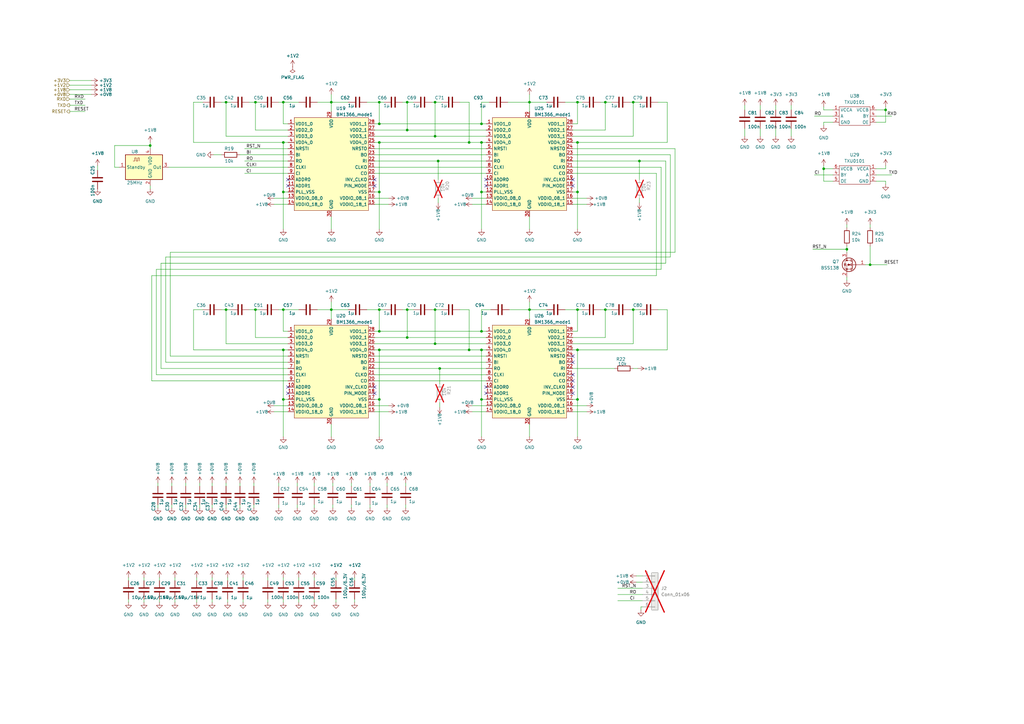
<source format=kicad_sch>
(kicad_sch (version 20230121) (generator eeschema)
  (paper "A3")
  (title_block (title "BM1366 PiAxe") (date "2023-10-10") (rev "202"))
  (junction (at 217.17 41.91))
  (junction (at 155.575 78.74))
  (junction (at 262.255 66.04))
  (junction (at 155.575 41.91))
  (junction (at 167.005 127))
  (junction (at 197.485 78.74))
  (junction (at 116.205 163.83))
  (junction (at 248.285 41.91))
  (junction (at 167.005 41.91))
  (junction (at 236.855 127))
  (junction (at 116.205 78.74))
  (junction (at 92.71 127))
  (junction (at 104.775 127))
  (junction (at 92.71 41.91))
  (junction (at 178.435 127))
  (junction (at 135.89 127))
  (junction (at 155.575 50.8))
  (junction (at 356.87 108.585))
  (junction (at 61.595 59.69))
  (junction (at 116.205 127))
  (junction (at 116.205 143.51))
  (junction (at 192.405 58.42))
  (junction (at 197.485 135.89))
  (junction (at 155.575 127))
  (junction (at 236.855 58.42))
  (junction (at 236.855 163.83))
  (junction (at 155.575 163.83))
  (junction (at 259.715 41.91))
  (junction (at 197.485 163.83))
  (junction (at 192.405 143.51))
  (junction (at 180.34 151.13))
  (junction (at 197.485 50.8))
  (junction (at 363.22 45.085))
  (junction (at 155.575 135.89))
  (junction (at 236.855 143.51))
  (junction (at 135.89 41.91))
  (junction (at 259.715 127))
  (junction (at 155.575 143.51))
  (junction (at 104.775 41.91))
  (junction (at 236.855 41.91))
  (junction (at 347.345 102.235))
  (junction (at 116.205 58.42))
  (junction (at 248.285 127))
  (junction (at 178.435 140.97))
  (junction (at 179.705 66.04))
  (junction (at 217.17 127))
  (junction (at 167.005 138.43))
  (junction (at 116.205 41.91))
  (junction (at 155.575 58.42))
  (junction (at 178.435 55.88))
  (junction (at 197.485 58.42))
  (junction (at 167.005 53.34))
  (junction (at 236.855 78.74))
  (junction (at 178.435 41.91))
  (junction (at 197.485 143.51))
  (junction (at 337.82 69.215))
  (no_connect (at 234.95 73.66))
  (no_connect (at 153.67 158.75))
  (no_connect (at 153.67 161.29))
  (no_connect (at 234.95 153.67))
  (no_connect (at 234.95 161.29))
  (no_connect (at 234.95 148.59))
  (no_connect (at 234.95 156.21))
  (no_connect (at 153.67 73.66))
  (no_connect (at 153.67 76.2))
  (no_connect (at 234.95 158.75))
  (no_connect (at 199.39 158.75))
  (no_connect (at 118.11 76.2))
  (no_connect (at 199.39 161.29))
  (no_connect (at 234.95 146.05))
  (no_connect (at 199.39 73.66))
  (no_connect (at 199.39 76.2))
  (no_connect (at 118.11 158.75))
  (no_connect (at 118.11 73.66))
  (no_connect (at 234.95 76.2))
  (no_connect (at 118.11 161.29))
  (wire (pts (xy 153.67 151.13) (xy 180.34 151.13)))
  (wire (pts (xy 150.495 127) (xy 155.575 127)))
  (wire (pts (xy 86.995 245.745) (xy 86.995 247.015)))
  (wire (pts (xy 128.905 207.01) (xy 128.905 208.28)))
  (wire (pts (xy 155.575 143.51) (xy 155.575 163.83)))
  (wire (pts (xy 61.595 59.69) (xy 61.595 60.96)))
  (wire (pts (xy 347.345 92.075) (xy 347.345 93.345)))
  (wire (pts (xy 179.705 66.04) (xy 179.705 73.66)))
  (wire (pts (xy 65.405 245.745) (xy 65.405 247.015)))
  (wire (pts (xy 66.04 107.95) (xy 66.04 151.13)))
  (wire (pts (xy 258.445 127) (xy 259.715 127)))
  (wire (pts (xy 234.95 53.34) (xy 248.285 53.34)))
  (wire (pts (xy 337.82 50.165) (xy 341.63 50.165)))
  (wire (pts (xy 167.005 138.43) (xy 199.39 138.43)))
  (wire (pts (xy 28.575 34.925) (xy 37.465 34.925)))
  (wire (pts (xy 136.525 199.39) (xy 136.525 198.12)))
  (wire (pts (xy 178.435 55.88) (xy 178.435 41.91)))
  (wire (pts (xy 128.905 236.855) (xy 128.905 238.125)))
  (wire (pts (xy 167.005 127) (xy 169.545 127)))
  (wire (pts (xy 246.38 127) (xy 248.285 127)))
  (wire (pts (xy 354.965 108.585) (xy 356.87 108.585)))
  (wire (pts (xy 192.405 58.42) (xy 192.405 41.91)))
  (wire (pts (xy 167.005 53.34) (xy 167.005 41.91)))
  (wire (pts (xy 64.77 198.12) (xy 64.77 199.39)))
  (wire (pts (xy 217.17 173.99) (xy 217.17 179.07)))
  (wire (pts (xy 100.33 71.12) (xy 118.11 71.12)))
  (wire (pts (xy 236.855 41.91) (xy 238.76 41.91)))
  (wire (pts (xy 347.345 100.965) (xy 347.345 102.235)))
  (wire (pts (xy 104.775 127) (xy 106.68 127)))
  (wire (pts (xy 269.24 71.12) (xy 269.24 113.03)))
  (wire (pts (xy 334.01 71.755) (xy 341.63 71.755)))
  (wire (pts (xy 273.685 127) (xy 269.875 127)))
  (wire (pts (xy 61.595 58.42) (xy 61.595 59.69)))
  (wire (pts (xy 363.22 45.085) (xy 363.22 43.815)))
  (wire (pts (xy 341.63 74.295) (xy 337.82 74.295)))
  (wire (pts (xy 64.77 207.01) (xy 64.77 208.28)))
  (wire (pts (xy 62.23 113.03) (xy 62.23 156.21)))
  (wire (pts (xy 234.95 138.43) (xy 248.285 138.43)))
  (wire (pts (xy 155.575 58.42) (xy 155.575 78.74)))
  (wire (pts (xy 153.67 166.37) (xy 159.385 166.37)))
  (wire (pts (xy 153.67 148.59) (xy 199.39 148.59)))
  (wire (pts (xy 234.95 58.42) (xy 236.855 58.42)))
  (wire (pts (xy 234.95 83.82) (xy 240.665 83.82)))
  (wire (pts (xy 40.005 67.945) (xy 40.005 69.85)))
  (wire (pts (xy 363.22 75.565) (xy 363.22 74.295)))
  (wire (pts (xy 155.575 50.8) (xy 197.485 50.8)))
  (wire (pts (xy 155.575 135.89) (xy 155.575 127)))
  (wire (pts (xy 153.67 140.97) (xy 178.435 140.97)))
  (wire (pts (xy 359.41 47.625) (xy 365.76 47.625)))
  (wire (pts (xy 135.89 88.9) (xy 135.89 93.98)))
  (wire (pts (xy 197.485 163.83) (xy 197.485 179.07)))
  (wire (pts (xy 260.985 238.76) (xy 263.525 238.76)))
  (wire (pts (xy 234.95 143.51) (xy 236.855 143.51)))
  (wire (pts (xy 98.425 63.5) (xy 118.11 63.5)))
  (wire (pts (xy 155.575 163.83) (xy 155.575 179.07)))
  (wire (pts (xy 104.14 207.01) (xy 104.14 208.28)))
  (wire (pts (xy 136.525 207.01) (xy 136.525 208.28)))
  (wire (pts (xy 153.67 58.42) (xy 155.575 58.42)))
  (wire (pts (xy 217.17 41.91) (xy 224.155 41.91)))
  (wire (pts (xy 153.67 146.05) (xy 199.39 146.05)))
  (wire (pts (xy 262.255 81.28) (xy 262.255 83.185)))
  (wire (pts (xy 305.435 43.18) (xy 305.435 45.085)))
  (wire (pts (xy 178.435 55.88) (xy 199.39 55.88)))
  (wire (pts (xy 271.145 68.58) (xy 234.95 68.58)))
  (wire (pts (xy 234.95 168.91) (xy 240.665 168.91)))
  (wire (pts (xy 333.375 102.235) (xy 347.345 102.235)))
  (wire (pts (xy 59.055 236.855) (xy 59.055 238.125)))
  (wire (pts (xy 217.17 123.825) (xy 217.17 127)))
  (wire (pts (xy 81.915 207.01) (xy 81.915 208.28)))
  (wire (pts (xy 76.2 207.01) (xy 76.2 208.28)))
  (wire (pts (xy 178.435 127) (xy 180.975 127)))
  (wire (pts (xy 116.205 78.74) (xy 116.205 93.98)))
  (wire (pts (xy 197.485 127) (xy 201.295 127)))
  (wire (pts (xy 46.99 59.69) (xy 46.99 68.58)))
  (wire (pts (xy 337.82 74.295) (xy 337.82 69.215)))
  (wire (pts (xy 66.04 151.13) (xy 118.11 151.13)))
  (wire (pts (xy 363.22 50.165) (xy 363.22 45.085)))
  (wire (pts (xy 236.855 50.8) (xy 236.855 41.91)))
  (wire (pts (xy 246.38 41.91) (xy 248.285 41.91)))
  (wire (pts (xy 153.67 66.04) (xy 179.705 66.04)))
  (wire (pts (xy 122.555 245.745) (xy 122.555 247.015)))
  (wire (pts (xy 324.485 52.705) (xy 324.485 55.88)))
  (wire (pts (xy 70.485 198.12) (xy 70.485 199.39)))
  (wire (pts (xy 193.675 81.28) (xy 199.39 81.28)))
  (wire (pts (xy 248.285 41.91) (xy 250.825 41.91)))
  (wire (pts (xy 28.575 33.02) (xy 37.465 33.02)))
  (wire (pts (xy 59.055 245.745) (xy 59.055 247.015)))
  (wire (pts (xy 61.595 59.69) (xy 46.99 59.69)))
  (wire (pts (xy 93.345 245.745) (xy 93.345 247.015)))
  (wire (pts (xy 217.17 38.735) (xy 217.17 41.91)))
  (wire (pts (xy 273.05 107.95) (xy 66.04 107.95)))
  (wire (pts (xy 145.415 236.855) (xy 145.415 238.125)))
  (wire (pts (xy 236.855 163.83) (xy 236.855 179.07)))
  (wire (pts (xy 116.205 127) (xy 116.205 135.89)))
  (wire (pts (xy 99.695 245.745) (xy 99.695 247.015)))
  (wire (pts (xy 248.285 53.34) (xy 248.285 41.91)))
  (wire (pts (xy 178.435 140.97) (xy 178.435 127)))
  (wire (pts (xy 71.755 236.855) (xy 71.755 238.125)))
  (wire (pts (xy 99.695 236.855) (xy 99.695 238.125)))
  (wire (pts (xy 274.955 63.5) (xy 234.95 63.5)))
  (wire (pts (xy 274.955 105.41) (xy 274.955 63.5)))
  (wire (pts (xy 155.575 135.89) (xy 197.485 135.89)))
  (wire (pts (xy 273.685 58.42) (xy 273.685 41.91)))
  (wire (pts (xy 234.95 55.88) (xy 259.715 55.88)))
  (wire (pts (xy 234.95 140.97) (xy 259.715 140.97)))
  (wire (pts (xy 153.67 63.5) (xy 199.39 63.5)))
  (wire (pts (xy 177.165 127) (xy 178.435 127)))
  (wire (pts (xy 135.89 123.825) (xy 135.89 127)))
  (wire (pts (xy 234.95 66.04) (xy 262.255 66.04)))
  (wire (pts (xy 153.67 55.88) (xy 178.435 55.88)))
  (wire (pts (xy 116.205 135.89) (xy 118.11 135.89)))
  (wire (pts (xy 150.495 41.91) (xy 155.575 41.91)))
  (wire (pts (xy 46.99 68.58) (xy 48.895 68.58)))
  (wire (pts (xy 153.67 71.12) (xy 199.39 71.12)))
  (wire (pts (xy 98.425 198.12) (xy 98.425 199.39)))
  (wire (pts (xy 318.135 52.705) (xy 318.135 55.88)))
  (wire (pts (xy 262.89 248.92) (xy 263.525 248.92)))
  (wire (pts (xy 217.17 127) (xy 217.17 130.81)))
  (wire (pts (xy 197.485 143.51) (xy 197.485 163.83)))
  (wire (pts (xy 109.855 236.855) (xy 109.855 238.125)))
  (wire (pts (xy 114.3 41.91) (xy 116.205 41.91)))
  (wire (pts (xy 92.71 140.97) (xy 118.11 140.97)))
  (wire (pts (xy 165.1 41.91) (xy 167.005 41.91)))
  (wire (pts (xy 180.34 165.1) (xy 180.34 167.005)))
  (wire (pts (xy 236.855 135.89) (xy 236.855 127)))
  (wire (pts (xy 69.85 146.05) (xy 118.11 146.05)))
  (wire (pts (xy 273.685 143.51) (xy 273.685 127)))
  (wire (pts (xy 114.3 198.12) (xy 114.3 199.39)))
  (wire (pts (xy 104.775 41.91) (xy 106.68 41.91)))
  (wire (pts (xy 236.855 78.74) (xy 236.855 93.98)))
  (wire (pts (xy 337.82 67.945) (xy 337.82 69.215)))
  (wire (pts (xy 155.575 78.74) (xy 155.575 93.98)))
  (wire (pts (xy 347.345 102.235) (xy 347.345 103.505)))
  (wire (pts (xy 356.87 108.585) (xy 363.855 108.585)))
  (wire (pts (xy 273.05 66.04) (xy 273.05 107.95)))
  (wire (pts (xy 236.855 143.51) (xy 236.855 163.83)))
  (wire (pts (xy 200.66 41.91) (xy 197.485 41.91)))
  (wire (pts (xy 234.95 163.83) (xy 236.855 163.83)))
  (wire (pts (xy 122.555 236.855) (xy 122.555 238.125)))
  (wire (pts (xy 153.67 153.67) (xy 199.39 153.67)))
  (wire (pts (xy 92.71 55.88) (xy 92.71 41.91)))
  (wire (pts (xy 116.205 58.42) (xy 116.205 78.74)))
  (wire (pts (xy 180.34 151.13) (xy 180.34 157.48)))
  (wire (pts (xy 69.85 103.505) (xy 69.85 146.05)))
  (wire (pts (xy 135.89 41.91) (xy 142.875 41.91)))
  (wire (pts (xy 155.575 127) (xy 157.48 127)))
  (wire (pts (xy 116.205 143.51) (xy 116.205 163.83)))
  (wire (pts (xy 167.005 138.43) (xy 167.005 127)))
  (wire (pts (xy 158.75 199.39) (xy 158.75 198.12)))
  (wire (pts (xy 153.67 78.74) (xy 155.575 78.74)))
  (wire (pts (xy 102.235 41.91) (xy 104.775 41.91)))
  (wire (pts (xy 102.235 127) (xy 104.775 127)))
  (wire (pts (xy 104.775 138.43) (xy 104.775 127)))
  (wire (pts (xy 116.205 58.42) (xy 79.375 58.42)))
  (wire (pts (xy 193.675 166.37) (xy 199.39 166.37)))
  (wire (pts (xy 193.675 83.82) (xy 199.39 83.82)))
  (wire (pts (xy 93.345 236.855) (xy 93.345 238.125)))
  (wire (pts (xy 79.375 41.91) (xy 83.185 41.91)))
  (wire (pts (xy 155.575 41.91) (xy 157.48 41.91)))
  (wire (pts (xy 359.41 45.085) (xy 363.22 45.085)))
  (wire (pts (xy 114.3 127) (xy 116.205 127)))
  (wire (pts (xy 199.39 143.51) (xy 197.485 143.51)))
  (wire (pts (xy 337.82 43.815) (xy 337.82 45.085)))
  (wire (pts (xy 234.95 166.37) (xy 240.665 166.37)))
  (wire (pts (xy 334.01 47.625) (xy 341.63 47.625)))
  (wire (pts (xy 112.395 168.91) (xy 118.11 168.91)))
  (wire (pts (xy 217.17 41.91) (xy 217.17 45.72)))
  (wire (pts (xy 236.855 58.42) (xy 273.685 58.42)))
  (wire (pts (xy 121.92 198.12) (xy 121.92 199.39)))
  (wire (pts (xy 153.67 156.21) (xy 199.39 156.21)))
  (wire (pts (xy 71.755 245.745) (xy 71.755 247.015)))
  (wire (pts (xy 208.28 41.91) (xy 217.17 41.91)))
  (wire (pts (xy 135.89 173.99) (xy 135.89 179.07)))
  (wire (pts (xy 116.205 127) (xy 122.555 127)))
  (wire (pts (xy 151.765 207.01) (xy 151.765 208.28)))
  (wire (pts (xy 112.395 83.82) (xy 118.11 83.82)))
  (wire (pts (xy 67.945 148.59) (xy 118.11 148.59)))
  (wire (pts (xy 166.37 207.01) (xy 166.37 208.28)))
  (wire (pts (xy 276.86 103.505) (xy 69.85 103.505)))
  (wire (pts (xy 116.205 143.51) (xy 79.375 143.51)))
  (wire (pts (xy 67.945 105.41) (xy 274.955 105.41)))
  (wire (pts (xy 92.71 41.91) (xy 94.615 41.91)))
  (wire (pts (xy 192.405 143.51) (xy 197.485 143.51)))
  (wire (pts (xy 64.135 110.49) (xy 271.145 110.49)))
  (wire (pts (xy 363.22 69.215) (xy 363.22 67.945)))
  (wire (pts (xy 130.175 41.91) (xy 135.89 41.91)))
  (wire (pts (xy 76.2 198.12) (xy 76.2 199.39)))
  (wire (pts (xy 116.205 50.8) (xy 118.11 50.8)))
  (wire (pts (xy 144.145 207.01) (xy 144.145 208.28)))
  (wire (pts (xy 112.395 81.28) (xy 118.11 81.28)))
  (wire (pts (xy 359.41 71.755) (xy 365.76 71.755)))
  (wire (pts (xy 177.165 41.91) (xy 178.435 41.91)))
  (wire (pts (xy 86.995 236.855) (xy 86.995 238.125)))
  (wire (pts (xy 234.95 151.13) (xy 252.095 151.13)))
  (wire (pts (xy 153.67 135.89) (xy 155.575 135.89)))
  (wire (pts (xy 192.405 58.42) (xy 197.485 58.42)))
  (wire (pts (xy 90.805 41.91) (xy 92.71 41.91)))
  (wire (pts (xy 153.67 163.83) (xy 155.575 163.83)))
  (wire (pts (xy 356.87 100.965) (xy 356.87 108.585)))
  (wire (pts (xy 69.215 68.58) (xy 118.11 68.58)))
  (wire (pts (xy 81.915 198.12) (xy 81.915 199.39)))
  (wire (pts (xy 144.145 198.12) (xy 144.145 199.39)))
  (wire (pts (xy 359.41 69.215) (xy 363.22 69.215)))
  (wire (pts (xy 234.95 71.12) (xy 269.24 71.12)))
  (wire (pts (xy 197.485 78.74) (xy 199.39 78.74)))
  (wire (pts (xy 128.905 199.39) (xy 128.905 198.12)))
  (wire (pts (xy 197.485 41.91) (xy 197.485 50.8)))
  (wire (pts (xy 104.775 53.34) (xy 104.775 41.91)))
  (wire (pts (xy 137.795 236.855) (xy 137.795 238.125)))
  (wire (pts (xy 318.135 43.18) (xy 318.135 45.085)))
  (wire (pts (xy 100.33 60.96) (xy 118.11 60.96)))
  (wire (pts (xy 258.445 41.91) (xy 259.715 41.91)))
  (wire (pts (xy 145.415 245.745) (xy 145.415 247.015)))
  (wire (pts (xy 259.715 55.88) (xy 259.715 41.91)))
  (wire (pts (xy 234.95 81.28) (xy 240.665 81.28)))
  (wire (pts (xy 363.22 74.295) (xy 359.41 74.295)))
  (wire (pts (xy 262.89 250.19) (xy 262.89 248.92)))
  (wire (pts (xy 135.89 127) (xy 142.875 127)))
  (wire (pts (xy 153.67 168.91) (xy 159.385 168.91)))
  (wire (pts (xy 193.675 168.91) (xy 199.39 168.91)))
  (wire (pts (xy 356.87 92.075) (xy 356.87 93.345)))
  (wire (pts (xy 116.205 163.83) (xy 118.11 163.83)))
  (wire (pts (xy 121.92 207.01) (xy 121.92 208.28)))
  (wire (pts (xy 311.785 43.18) (xy 311.785 45.085)))
  (wire (pts (xy 153.67 83.82) (xy 159.385 83.82)))
  (wire (pts (xy 234.95 60.96) (xy 276.86 60.96)))
  (wire (pts (xy 180.34 151.13) (xy 199.39 151.13)))
  (wire (pts (xy 259.715 127) (xy 262.255 127)))
  (wire (pts (xy 90.805 127) (xy 92.71 127)))
  (wire (pts (xy 248.285 138.43) (xy 248.285 127)))
  (wire (pts (xy 116.205 245.745) (xy 116.205 247.015)))
  (wire (pts (xy 192.405 143.51) (xy 192.405 127)))
  (wire (pts (xy 79.375 127) (xy 83.185 127)))
  (wire (pts (xy 253.365 246.38) (xy 263.525 246.38)))
  (wire (pts (xy 153.67 68.58) (xy 199.39 68.58)))
  (wire (pts (xy 155.575 50.8) (xy 155.575 41.91)))
  (wire (pts (xy 324.485 43.18) (xy 324.485 45.085)))
  (wire (pts (xy 167.005 53.34) (xy 199.39 53.34)))
  (wire (pts (xy 337.82 45.085) (xy 341.63 45.085)))
  (wire (pts (xy 28.575 38.735) (xy 37.465 38.735)))
  (wire (pts (xy 217.17 127) (xy 224.155 127)))
  (wire (pts (xy 347.345 113.665) (xy 347.345 114.935)))
  (wire (pts (xy 116.205 78.74) (xy 118.11 78.74)))
  (wire (pts (xy 259.715 140.97) (xy 259.715 127)))
  (wire (pts (xy 199.39 58.42) (xy 197.485 58.42)))
  (wire (pts (xy 135.89 38.735) (xy 135.89 41.91)))
  (wire (pts (xy 259.715 41.91) (xy 262.255 41.91)))
  (wire (pts (xy 104.14 198.12) (xy 104.14 199.39)))
  (wire (pts (xy 234.95 50.8) (xy 236.855 50.8)))
  (wire (pts (xy 116.205 236.855) (xy 116.205 238.125)))
  (wire (pts (xy 337.82 51.435) (xy 337.82 50.165)))
  (wire (pts (xy 130.175 127) (xy 135.89 127)))
  (wire (pts (xy 167.005 41.91) (xy 169.545 41.91)))
  (wire (pts (xy 135.89 41.91) (xy 135.89 45.72)))
  (wire (pts (xy 192.405 41.91) (xy 188.595 41.91)))
  (wire (pts (xy 64.135 153.67) (xy 118.11 153.67)))
  (wire (pts (xy 92.71 55.88) (xy 118.11 55.88)))
  (wire (pts (xy 64.135 153.67) (xy 64.135 110.49)))
  (wire (pts (xy 234.95 135.89) (xy 236.855 135.89)))
  (wire (pts (xy 197.485 78.74) (xy 197.485 93.98)))
  (wire (pts (xy 153.67 138.43) (xy 167.005 138.43)))
  (wire (pts (xy 231.775 127) (xy 236.855 127)))
  (wire (pts (xy 248.285 127) (xy 250.825 127)))
  (wire (pts (xy 100.33 66.04) (xy 118.11 66.04)))
  (wire (pts (xy 92.71 127) (xy 94.615 127)))
  (wire (pts (xy 153.67 143.51) (xy 155.575 143.51)))
  (wire (pts (xy 112.395 166.37) (xy 118.11 166.37)))
  (wire (pts (xy 231.775 41.91) (xy 236.855 41.91)))
  (wire (pts (xy 86.995 198.12) (xy 86.995 199.39)))
  (wire (pts (xy 253.365 241.3) (xy 263.525 241.3)))
  (wire (pts (xy 234.95 78.74) (xy 236.855 78.74)))
  (wire (pts (xy 104.775 53.34) (xy 118.11 53.34)))
  (wire (pts (xy 137.795 245.745) (xy 137.795 247.015)))
  (wire (pts (xy 178.435 41.91) (xy 180.975 41.91)))
  (wire (pts (xy 61.595 76.2) (xy 61.595 77.47)))
  (wire (pts (xy 79.375 143.51) (xy 79.375 127)))
  (wire (pts (xy 92.71 207.01) (xy 92.71 208.28)))
  (wire (pts (xy 158.75 207.01) (xy 158.75 208.28)))
  (wire (pts (xy 80.645 245.745) (xy 80.645 247.015)))
  (wire (pts (xy 92.71 198.12) (xy 92.71 199.39)))
  (wire (pts (xy 217.17 88.9) (xy 217.17 93.98)))
  (wire (pts (xy 305.435 52.705) (xy 305.435 55.88)))
  (wire (pts (xy 86.995 207.01) (xy 86.995 208.28)))
  (wire (pts (xy 337.82 69.215) (xy 341.63 69.215)))
  (wire (pts (xy 259.715 151.13) (xy 261.62 151.13)))
  (wire (pts (xy 62.23 156.21) (xy 118.11 156.21)))
  (wire (pts (xy 92.71 140.97) (xy 92.71 127)))
  (wire (pts (xy 178.435 140.97) (xy 199.39 140.97)))
  (wire (pts (xy 262.255 66.04) (xy 273.05 66.04)))
  (wire (pts (xy 67.945 148.59) (xy 67.945 105.41)))
  (wire (pts (xy 128.905 245.745) (xy 128.905 247.015)))
  (wire (pts (xy 153.67 53.34) (xy 167.005 53.34)))
  (wire (pts (xy 116.205 41.91) (xy 122.555 41.91)))
  (wire (pts (xy 271.145 110.49) (xy 271.145 68.58)))
  (wire (pts (xy 118.11 58.42) (xy 116.205 58.42)))
  (wire (pts (xy 135.89 127) (xy 135.89 130.81)))
  (wire (pts (xy 260.985 236.22) (xy 263.525 236.22)))
  (wire (pts (xy 155.575 143.51) (xy 192.405 143.51)))
  (wire (pts (xy 70.485 207.01) (xy 70.485 208.28)))
  (wire (pts (xy 87.63 63.5) (xy 90.805 63.5)))
  (wire (pts (xy 118.11 143.51) (xy 116.205 143.51)))
  (wire (pts (xy 179.705 81.28) (xy 179.705 83.185)))
  (wire (pts (xy 269.24 113.03) (xy 62.23 113.03)))
  (wire (pts (xy 28.575 40.64) (xy 34.925 40.64)))
  (wire (pts (xy 80.645 236.855) (xy 80.645 238.125)))
  (wire (pts (xy 236.855 143.51) (xy 273.685 143.51)))
  (wire (pts (xy 116.205 41.91) (xy 116.205 50.8)))
  (wire (pts (xy 166.37 199.39) (xy 166.37 198.12)))
  (wire (pts (xy 179.705 66.04) (xy 199.39 66.04)))
  (wire (pts (xy 273.685 41.91) (xy 269.875 41.91)))
  (wire (pts (xy 165.1 127) (xy 167.005 127)))
  (wire (pts (xy 197.485 127) (xy 197.485 135.89)))
  (wire (pts (xy 104.775 138.43) (xy 118.11 138.43)))
  (wire (pts (xy 52.705 236.855) (xy 52.705 238.125)))
  (wire (pts (xy 155.575 58.42) (xy 192.405 58.42)))
  (wire (pts (xy 65.405 236.855) (xy 65.405 238.125)))
  (wire (pts (xy 153.67 81.28) (xy 159.385 81.28)))
  (wire (pts (xy 208.915 127) (xy 217.17 127)))
  (wire (pts (xy 262.255 66.04) (xy 262.255 73.66)))
  (wire (pts (xy 197.485 58.42) (xy 197.485 78.74)))
  (wire (pts (xy 109.855 245.745) (xy 109.855 247.015)))
  (wire (pts (xy 153.67 60.96) (xy 199.39 60.96)))
  (wire (pts (xy 153.67 50.8) (xy 155.575 50.8)))
  (wire (pts (xy 359.41 50.165) (xy 363.22 50.165)))
  (wire (pts (xy 114.3 207.01) (xy 114.3 208.28)))
  (wire (pts (xy 192.405 127) (xy 188.595 127)))
  (wire (pts (xy 236.855 58.42) (xy 236.855 78.74)))
  (wire (pts (xy 116.205 163.83) (xy 116.205 179.07)))
  (wire (pts (xy 28.575 43.18) (xy 34.925 43.18)))
  (wire (pts (xy 311.785 52.705) (xy 311.785 55.88)))
  (wire (pts (xy 151.765 198.12) (xy 151.765 199.39)))
  (wire (pts (xy 253.365 243.84) (xy 263.525 243.84)))
  (wire (pts (xy 79.375 58.42) (xy 79.375 41.91)))
  (wire (pts (xy 276.86 60.96) (xy 276.86 103.505)))
  (wire (pts (xy 197.485 50.8) (xy 199.39 50.8)))
  (wire (pts (xy 98.425 207.01) (xy 98.425 208.28)))
  (wire (pts (xy 236.855 127) (xy 238.76 127)))
  (wire (pts (xy 28.575 45.72) (xy 34.925 45.72)))
  (wire (pts (xy 52.705 245.745) (xy 52.705 247.015)))
  (wire (pts (xy 28.575 36.83) (xy 37.465 36.83)))
  (wire (pts (xy 197.485 135.89) (xy 199.39 135.89)))
  (wire (pts (xy 197.485 163.83) (xy 199.39 163.83)))
  (label "RO" (at 334.01 47.625 0))
  (label "RESET" (at 362.585 108.585 0))
  (label "RST_N" (at 260.985 241.3 180))
  (label "RO" (at 100.965 66.04 0))
  (label "CI" (at 260.35 246.38 180))
  (label "CLKI" (at 100.965 68.58 0))
  (label "TXD" (at 30.48 43.18 0))
  (label "RXD" (at 30.48 40.64 0))
  (label "RST_N" (at 100.965 60.96 0))
  (label "TXD" (at 364.49 71.755 0))
  (label "RST_N" (at 339.09 102.235 180))
  (label "RXD" (at 363.855 47.625 0))
  (label "RESET" (at 30.48 45.72 0))
  (label "RO" (at 260.985 243.84 180))
  (label "BI" (at 100.965 63.5 0))
  (label "CI" (at 100.965 71.12 0))
  (label "CI" (at 334.01 71.755 0))
  (hierarchical_label "+3V3" (shape input) (at 28.575 33.02 180))
  (hierarchical_label "+0V8" (shape input) (at 28.575 38.735 180))
  (hierarchical_label "+1V8" (shape input) (at 28.575 36.83 180))
  (hierarchical_label "TXD" (shape output) (at 28.575 43.18 180))
  (hierarchical_label "RESET" (shape output) (at 28.575 45.72 180))
  (hierarchical_label "+1V2" (shape input) (at 28.575 34.925 180))
  (hierarchical_label "RXD" (shape input) (at 28.575 40.64 180))
  (symbol (lib_id "Device:R") (at 347.345 97.155 180) (unit 1)
    (property "Reference" "R24" (at 349.25 95.885 0) (effects (justify right)))
    (property "Value" "10k" (at 349.25 98.425 0) (effects (justify right)))
    (property "Footprint" "Resistor_SMD:R_0805_2012Metric" (effects hide))
  )
  (symbol (lib_id "power:GND") (at 64.77 208.28 0) (mirror y) (unit 1)
    (property "Reference" "#PWR062" (effects hide))
    (property "Value" "GND" (at 64.77 212.725 0))
  )
  (symbol (lib_name "GND_7") (lib_id "power:GND") (at 122.555 247.015 0) (unit 1)
    (property "Reference" "#PWR0102" (effects hide))
    (property "Value" "GND" (at 122.555 252.095 0))
  )
  (symbol (lib_id "power:GND") (at 311.785 55.88 0) (mirror y) (unit 1)
    (property "Reference" "#PWR0150" (effects hide))
    (property "Value" "GND" (at 311.785 60.325 0))
  )
  (symbol (lib_id "Device:C") (at 173.355 127 90) (unit 1)
    (property "Reference" "C70" (at 170.815 124.46 90) (effects (justify left bottom)))
    (property "Value" "1µ" (at 172.085 127.635 90) (effects (justify left bottom)))
    (property "Footprint" "Capacitor_SMD:C_0805_2012Metric" (effects hide))
  )
  (symbol (lib_name "GND_7") (lib_id "power:GND") (at 80.645 247.015 0) (unit 1)
    (property "Reference" "#PWR070" (effects hide))
    (property "Value" "GND" (at 80.645 252.095 0))
  )
  (symbol (lib_id "mylib7:TXU0101DCK") (at 350.52 47.625 0) (unit 1)
    (property "Reference" "U38" (at 350.52 39.37 0))
    (property "Value" "TXU0101" (at 350.52 41.91 0))
    (property "Footprint" "Package_TO_SOT_SMD:SOT-363_SC-70-6" (effects hide))
    (property "Distributor" "D" (effects hide))
    (property "Manufacturer" "TXU0101DCKR" (effects hide))
    (property "OrderNr" "296-TXU0101DCKRCT-ND" (effects hide))
  )
  (symbol (lib_id "power:+1V2") (at 37.465 34.925 270) (unit 1)
    (property "Reference" "#PWR050" (effects hide))
    (property "Value" "+1V2" (at 40.64 34.925 90) (effects (justify left)))
  )
  (symbol (lib_id "Device:C") (at 92.71 203.2 180) (unit 1)
    (property "Reference" "C40" (at 90.17 205.74 90) (effects (justify left bottom)))
    (property "Value" "1µ" (at 93.345 204.47 90) (effects (justify left bottom)))
    (property "Footprint" "Capacitor_SMD:C_0805_2012Metric" (effects hide))
  )
  (symbol (lib_id "mylib7:+0V8") (at 112.395 166.37 90) (unit 1)
    (property "Reference" "U18" (effects hide))
    (property "Value" "+0V8" (at 113.03 165.1 90) (effects (justify left)))
    (property "Distributor" "-" (effects hide))
  )
  (symbol (lib_id "power:+1V8") (at 61.595 58.42 0) (unit 1)
    (property "Reference" "#PWR060" (effects hide))
    (property "Value" "+1V8" (at 61.595 53.34 0))
  )
  (symbol (lib_id "power:+1V8") (at 311.785 43.18 0) (unit 1)
    (property "Reference" "#PWR0149" (effects hide))
    (property "Value" "+1V8" (at 311.785 38.1 0))
  )
  (symbol (lib_id "power:+1V8") (at 260.985 236.22 90) (unit 1)
    (property "Reference" "#PWR0190" (effects hide))
    (property "Value" "+1V8" (at 257.81 236.22 90) (effects (justify left)))
  )
  (symbol (lib_id "power:+1V8") (at 347.345 92.075 0) (unit 1)
    (property "Reference" "#PWR0155" (effects hide))
    (property "Value" "+1V8" (at 347.345 86.995 0))
  )
  (symbol (lib_name "GND_7") (lib_id "power:GND") (at 71.755 247.015 0) (unit 1)
    (property "Reference" "#PWR067" (effects hide))
    (property "Value" "GND" (at 71.755 252.095 0))
  )
  (symbol (lib_id "power:+1V2") (at 93.345 236.855 0) (unit 1)
    (property "Reference" "#PWR079" (effects hide))
    (property "Value" "+1V2" (at 93.345 231.775 0))
  )
  (symbol (lib_id "power:GND") (at 217.17 179.07 0) (mirror y) (unit 1)
    (property "Reference" "#PWR0134" (effects hide))
    (property "Value" "GND" (at 217.17 183.515 0))
  )
  (symbol (lib_id "power:+1V2") (at 217.17 38.735 0) (unit 1)
    (property "Reference" "#PWR0131" (effects hide))
    (property "Value" "+1V2" (at 217.17 34.29 0))
  )
  (symbol (lib_id "power:GND") (at 217.17 93.98 0) (mirror y) (unit 1)
    (property "Reference" "#PWR0132" (effects hide))
    (property "Value" "GND" (at 217.17 98.425 0))
  )
  (symbol (lib_id "Device:R") (at 179.705 77.47 0) (unit 1) (dnp yes)
    (property "Reference" "R20" (at 183.515 76.2 90))
    (property "Value" "10k" (at 181.61 76.835 90))
    (property "Footprint" "Resistor_SMD:R_0805_2012Metric" (effects hide))
  )
  (symbol (lib_id "power:GND") (at 166.37 208.28 0) (mirror y) (unit 1)
    (property "Reference" "#PWR0124" (effects hide))
    (property "Value" "GND" (at 166.37 212.725 0))
  )
  (symbol (lib_id "Device:C") (at 98.425 127 90) (unit 1)
    (property "Reference" "C43" (at 95.885 124.46 90) (effects (justify left bottom)))
    (property "Value" "1µ" (at 97.155 127.635 90) (effects (justify left bottom)))
    (property "Footprint" "Capacitor_SMD:C_0805_2012Metric" (effects hide))
  )
  (symbol (lib_id "power:+1V8") (at 112.395 83.82 90) (unit 1)
    (property "Reference" "#PWR091" (effects hide))
    (property "Value" "+1V8" (at 107.315 83.82 90))
  )
  (symbol (lib_id "power:+1V2") (at 122.555 236.855 0) (unit 1)
    (property "Reference" "#PWR0101" (effects hide))
    (property "Value" "+1V2" (at 122.555 231.775 0))
  )
  (symbol (lib_id "power:+1V2") (at 65.405 236.855 0) (unit 1)
    (property "Reference" "#PWR063" (effects hide))
    (property "Value" "+1V2" (at 65.405 231.775 0))
  )
  (symbol (lib_id "power:+3V3") (at 363.22 43.815 0) (unit 1)
    (property "Reference" "#PWR0144" (effects hide))
    (property "Value" "+3V3" (at 363.22 38.735 0))
  )
  (symbol (lib_id "power:+1V8") (at 144.145 198.12 0) (unit 1)
    (property "Reference" "#PWR0113" (effects hide))
    (property "Value" "+1V8" (at 144.145 194.31 0))
  )
  (symbol (lib_id "power:GND") (at 236.855 179.07 0) (mirror y) (unit 1)
    (property "Reference" "#PWR0136" (effects hide))
    (property "Value" "GND" (at 236.855 183.515 0))
  )
  (symbol (lib_id "Device:C") (at 184.785 41.91 90) (unit 1)
    (property "Reference" "C71" (at 182.245 39.37 90) (effects (justify left bottom)))
    (property "Value" "1µ" (at 183.515 42.545 90) (effects (justify left bottom)))
    (property "Footprint" "Capacitor_SMD:C_0805_2012Metric" (effects hide))
  )
  (symbol (lib_id "power:+1V2") (at 86.995 236.855 0) (unit 1)
    (property "Reference" "#PWR073" (effects hide))
    (property "Value" "+1V2" (at 86.995 231.775 0))
  )
  (symbol (lib_id "power:GND") (at 135.89 93.98 0) (mirror y) (unit 1)
    (property "Reference" "#PWR0108" (effects hide))
    (property "Value" "GND" (at 135.89 98.425 0))
  )
  (symbol (lib_id "mylib7:+0V8") (at 240.665 81.28 270) (unit 1)
    (property "Reference" "U27" (effects hide))
    (property "Value" "+0V8" (at 243.84 81.28 90) (effects (justify left)))
    (property "Distributor" "-" (effects hide))
  )
  (symbol (lib_id "power:+1V8") (at 159.385 83.82 270) (unit 1)
    (property "Reference" "#PWR0121" (effects hide))
    (property "Value" "+1V8" (at 164.465 83.82 90))
  )
  (symbol (lib_id "power:+1V8") (at 37.465 36.83 270) (unit 1)
    (property "Reference" "#PWR051" (effects hide))
    (property "Value" "+1V8" (at 40.64 36.83 90) (effects (justify left)))
  )
  (symbol (lib_id "power:+1V8") (at 151.765 198.12 0) (unit 1)
    (property "Reference" "#PWR0115" (effects hide))
    (property "Value" "+1V8" (at 151.765 194.31 0))
  )
  (symbol (lib_id "mylib7:+0V8") (at 98.425 198.12 0) (unit 1)
    (property "Reference" "U15" (effects hide))
    (property "Value" "+0V8" (at 98.425 194.945 90) (effects (justify left)))
    (property "Distributor" "-" (effects hide))
  )
  (symbol (lib_id "power:GND") (at 92.71 208.28 0) (mirror y) (unit 1)
    (property "Reference" "#PWR078" (effects hide))
    (property "Value" "GND" (at 92.71 212.725 0))
  )
  (symbol (lib_id "mylib7:+0V8") (at 159.385 81.28 270) (unit 1)
    (property "Reference" "U21" (effects hide))
    (property "Value" "+0V8" (at 162.56 81.28 90) (effects (justify left)))
    (property "Distributor" "-" (effects hide))
  )
  (symbol (lib_id "power:GND") (at 70.485 208.28 0) (mirror y) (unit 1)
    (property "Reference" "#PWR065" (effects hide))
    (property "Value" "GND" (at 70.485 212.725 0))
  )
  (symbol (lib_id "mylib7:+0V8") (at 70.485 198.12 0) (unit 1)
    (property "Reference" "U10" (effects hide))
    (property "Value" "+0V8" (at 70.485 194.945 90) (effects (justify left)))
    (property "Distributor" "-" (effects hide))
  )
  (symbol (lib_id "Device:C") (at 173.355 41.91 90) (unit 1)
    (property "Reference" "C69" (at 170.815 39.37 90) (effects (justify left bottom)))
    (property "Value" "1µ" (at 172.085 42.545 90) (effects (justify left bottom)))
    (property "Footprint" "Capacitor_SMD:C_0805_2012Metric" (effects hide))
  )
  (symbol (lib_id "Device:C") (at 109.855 241.935 0) (unit 1)
    (property "Reference" "C49" (at 110.49 240.03 0) (effects (justify left bottom)))
    (property "Value" "100n" (at 111.125 245.745 0) (effects (justify left bottom)))
    (property "Footprint" "Capacitor_SMD:C_0805_2012Metric" (effects hide))
  )
  (symbol (lib_id "Device:C") (at 76.2 203.2 180) (unit 1)
    (property "Reference" "C32" (at 73.66 205.74 90) (effects (justify left bottom)))
    (property "Value" "1µ" (at 76.835 204.47 90) (effects (justify left bottom)))
    (property "Footprint" "Capacitor_SMD:C_0805_2012Metric" (effects hide))
  )
  (symbol (lib_id "mylib7:+0V8") (at 86.995 198.12 0) (unit 1)
    (property "Reference" "U13" (effects hide))
    (property "Value" "+0V8" (at 86.995 194.945 90) (effects (justify left)))
    (property "Distributor" "-" (effects hide))
  )
  (symbol (lib_id "Device:C") (at 137.795 241.935 0) (unit 1)
    (property "Reference" "C55" (at 136.525 240.665 90) (effects (justify left)))
    (property "Value" "100µ/6.3V" (at 141.605 245.745 90) (effects (justify left)))
    (property "Footprint" "Capacitor_SMD:C_1210_3225Metric" (effects hide))
    (property "Distributor" "D" (effects hide))
    (property "Manufacturer" "C1210C107M9PAC7800" (effects hide))
    (property "OrderNr" "399-C1210C107M9PAC7800CT-ND" (effects hide))
    (instances (project "power" (path "" (reference "C55") (unit 1))) (project "qaxe" (path "" (reference "C15") (unit 1)) (path "" (reference "C15") (unit 1))))
  )
  (symbol (lib_id "mylib7:+0V8") (at 193.675 166.37 90) (unit 1)
    (property "Reference" "U24" (effects hide))
    (property "Value" "+0V8" (at 194.31 165.1 90) (effects (justify left)))
    (property "Distributor" "-" (effects hide))
  )
  (symbol (lib_id "power:GND") (at 197.485 179.07 0) (mirror y) (unit 1)
    (property "Reference" "#PWR0130" (effects hide))
    (property "Value" "GND" (at 197.485 183.515 0))
  )
  (symbol (lib_id "Device:C") (at 242.57 127 90) (unit 1)
    (property "Reference" "C76" (at 240.03 124.46 90) (effects (justify left bottom)))
    (property "Value" "1µ" (at 241.3 127.635 90) (effects (justify left bottom)))
    (property "Footprint" "Capacitor_SMD:C_0805_2012Metric" (effects hide))
  )
  (symbol (lib_id "Device:R") (at 180.34 161.29 0) (unit 1) (dnp yes)
    (property "Reference" "R21" (at 184.15 160.02 90))
    (property "Value" "10k" (at 182.245 160.655 90))
    (property "Footprint" "Resistor_SMD:R_0805_2012Metric" (effects hide))
  )
  (symbol (lib_name "GND_1") (lib_id "power:GND") (at 363.22 75.565 0) (mirror y) (unit 1)
    (property "Reference" "#PWR0146" (effects hide))
    (property "Value" "GND" (at 363.22 80.645 0))
  )
  (symbol (lib_id "power:GND") (at 144.145 208.28 0) (mirror y) (unit 1)
    (property "Reference" "#PWR0114" (effects hide))
    (property "Value" "GND" (at 144.145 212.725 0))
  )
  (symbol (lib_id "Device:C") (at 166.37 203.2 0) (unit 1)
    (property "Reference" "C68" (at 167.64 201.295 0) (effects (justify left bottom)))
    (property "Value" "1µ" (at 167.64 206.375 0) (effects (justify left bottom)))
    (property "Footprint" "Capacitor_SMD:C_0805_2012Metric" (effects hide))
  )
  (symbol (lib_id "power:+1V8") (at 193.675 83.82 90) (unit 1)
    (property "Reference" "#PWR0127" (effects hide))
    (property "Value" "+1V8" (at 188.595 83.82 90))
  )
  (symbol (lib_id "power:+1V8") (at 180.34 167.005 180) (unit 1)
    (property "Reference" "#PWR0126" (effects hide))
    (property "Value" "+1V8" (at 180.34 172.085 90))
  )
  (symbol (lib_id "power:+1V2") (at 80.645 236.855 0) (unit 1)
    (property "Reference" "#PWR069" (effects hide))
    (property "Value" "+1V2" (at 80.645 231.775 0))
  )
  (symbol (lib_id "power:+1V8") (at 112.395 168.91 90) (unit 1)
    (property "Reference" "#PWR092" (effects hide))
    (property "Value" "+1V8" (at 107.315 168.91 90))
  )
  (symbol (lib_id "mylib7:+0V8") (at 112.395 81.28 90) (unit 1)
    (property "Reference" "U17" (effects hide))
    (property "Value" "+0V8" (at 113.03 80.01 90) (effects (justify left)))
    (property "Distributor" "-" (effects hide))
  )
  (symbol (lib_id "Device:R") (at 356.87 97.155 180) (unit 1)
    (property "Reference" "R25" (at 358.775 95.885 0) (effects (justify right)))
    (property "Value" "10k" (at 358.775 98.425 0) (effects (justify right)))
    (property "Footprint" "Resistor_SMD:R_0805_2012Metric" (effects hide))
  )
  (symbol (lib_id "power:+1V8") (at 136.525 198.12 0) (unit 1)
    (property "Reference" "#PWR0111" (effects hide))
    (property "Value" "+1V8" (at 136.525 194.31 0))
  )
  (symbol (lib_id "power:GND") (at 104.14 208.28 0) (mirror y) (unit 1)
    (property "Reference" "#PWR086" (effects hide))
    (property "Value" "GND" (at 104.14 212.725 0))
  )
  (symbol (lib_id "power:GND") (at 137.795 247.015 0) (mirror y) (unit 1)
    (property "Reference" "#PWR087" (effects hide))
    (property "Value" "GND" (at 137.795 252.095 0))
  )
  (symbol (lib_id "power:+1V2") (at 120.015 27.305 0) (unit 1)
    (property "Reference" "#PWR01" (effects hide))
    (property "Value" "+1V2" (at 120.015 22.86 0))
  )
  (symbol (lib_id "power:+1V2") (at 52.705 236.855 0) (unit 1)
    (property "Reference" "#PWR056" (effects hide))
    (property "Value" "+1V2" (at 52.705 231.775 0))
  )
  (symbol (lib_id "power:+1V8") (at 158.75 198.12 0) (unit 1)
    (property "Reference" "#PWR0119" (effects hide))
    (property "Value" "+1V8" (at 158.75 194.31 0))
  )
  (symbol (lib_id "power:+1V8") (at 337.82 43.815 0) (unit 1)
    (property "Reference" "#PWR0141" (effects hide))
    (property "Value" "+1V8" (at 337.82 38.735 0))
  )
  (symbol (lib_id "Device:C") (at 324.485 48.895 0) (unit 1)
    (property "Reference" "C84" (at 325.755 46.99 0) (effects (justify left bottom)))
    (property "Value" "100n" (at 325.755 52.705 0) (effects (justify left bottom)))
    (property "Footprint" "Capacitor_SMD:C_0805_2012Metric" (effects hide))
  )
  (symbol (lib_id "Device:C") (at 146.685 127 90) (unit 1)
    (property "Reference" "C63" (at 143.51 124.46 90) (effects (justify left bottom)))
    (property "Value" "1µ" (at 145.415 127.635 90) (effects (justify left bottom)))
    (property "Footprint" "Capacitor_SMD:C_0805_2012Metric" (effects hide))
  )
  (symbol (lib_id "Device:C") (at 80.645 241.935 0) (unit 1)
    (property "Reference" "C33" (at 81.28 240.03 0) (effects (justify left bottom)))
    (property "Value" "1µ" (at 81.915 245.745 0) (effects (justify left bottom)))
    (property "Footprint" "Capacitor_SMD:C_0805_2012Metric" (effects hide))
  )
  (symbol (lib_id "Device:C") (at 305.435 48.895 0) (unit 1)
    (property "Reference" "C81" (at 306.705 46.99 0) (effects (justify left bottom)))
    (property "Value" "100n" (at 306.705 52.705 0) (effects (justify left bottom)))
    (property "Footprint" "Capacitor_SMD:C_0805_2012Metric" (effects hide))
  )
  (symbol (lib_id "power:+1V2") (at 137.795 236.855 0) (unit 1)
    (property "Reference" "#PWR076" (effects hide))
    (property "Value" "+1V2" (at 137.795 231.775 0))
  )
  (symbol (lib_id "Device:C") (at 184.785 127 90) (unit 1)
    (property "Reference" "C72" (at 182.245 124.46 90) (effects (justify left bottom)))
    (property "Value" "1µ" (at 183.515 127.635 90) (effects (justify left bottom)))
    (property "Footprint" "Capacitor_SMD:C_0805_2012Metric" (effects hide))
  )
  (symbol (lib_id "power:+3V3") (at 318.135 43.18 0) (unit 1)
    (property "Reference" "#PWR0151" (effects hide))
    (property "Value" "+3V3" (at 318.135 38.735 0))
  )
  (symbol (lib_id "mylib7:+0V8") (at 64.77 198.12 0) (unit 1)
    (property "Reference" "U9" (effects hide))
    (property "Value" "+0V8" (at 64.77 194.945 90) (effects (justify left)))
    (property "Distributor" "-" (effects hide))
  )
  (symbol (lib_id "mylib7:+0V8") (at 193.675 81.28 90) (unit 1)
    (property "Reference" "U23" (effects hide))
    (property "Value" "+0V8" (at 194.31 80.01 90) (effects (justify left)))
    (property "Distributor" "-" (effects hide))
  )
  (symbol (lib_id "Device:C") (at 98.425 203.2 180) (unit 1)
    (property "Reference" "C44" (at 95.885 205.74 90) (effects (justify left bottom)))
    (property "Value" "1µ" (at 99.06 204.47 90) (effects (justify left bottom)))
    (property "Footprint" "Capacitor_SMD:C_0805_2012Metric" (effects hide))
  )
  (symbol (lib_id "power:+1V2") (at 59.055 236.855 0) (unit 1)
    (property "Reference" "#PWR058" (effects hide))
    (property "Value" "+1V2" (at 59.055 231.775 0))
  )
  (symbol (lib_id "Device:C") (at 227.965 41.91 90) (unit 1)
    (property "Reference" "C73" (at 224.79 39.37 90) (effects (justify left bottom)))
    (property "Value" "1µ" (at 226.695 42.545 90) (effects (justify left bottom)))
    (property "Footprint" "Capacitor_SMD:C_0805_2012Metric" (effects hide))
  )
  (symbol (lib_id "Device:C") (at 318.135 48.895 0) (unit 1)
    (property "Reference" "C83" (at 319.405 46.99 0) (effects (justify left bottom)))
    (property "Value" "100n" (at 319.405 52.705 0) (effects (justify left bottom)))
    (property "Footprint" "Capacitor_SMD:C_0805_2012Metric" (effects hide))
  )
  (symbol (lib_id "power:+1V8") (at 128.905 198.12 0) (unit 1)
    (property "Reference" "#PWR0103" (effects hide))
    (property "Value" "+1V8" (at 128.905 194.31 0))
  )
  (symbol (lib_id "power:+1V8") (at 337.82 67.945 0) (unit 1)
    (property "Reference" "#PWR0143" (effects hide))
    (property "Value" "+1V8" (at 337.82 62.865 0))
  )
  (symbol (lib_id "power:GND") (at 136.525 208.28 0) (mirror y) (unit 1)
    (property "Reference" "#PWR0112" (effects hide))
    (property "Value" "GND" (at 136.525 212.725 0))
  )
  (symbol (lib_id "power:+1V8") (at 179.705 83.185 180) (unit 1)
    (property "Reference" "#PWR0125" (effects hide))
    (property "Value" "+1V8" (at 179.705 88.265 90))
  )
  (symbol (lib_id "Device:C") (at 116.205 241.935 0) (unit 1)
    (property "Reference" "C53" (at 116.84 240.03 0) (effects (justify left bottom)))
    (property "Value" "100n" (at 117.475 245.745 0) (effects (justify left bottom)))
    (property "Footprint" "Capacitor_SMD:C_0805_2012Metric" (effects hide))
  )
  (symbol (lib_id "power:GND") (at 197.485 93.98 0) (mirror y) (unit 1)
    (property "Reference" "#PWR0129" (effects hide))
    (property "Value" "GND" (at 197.485 98.425 0))
  )
  (symbol (lib_id "power:+1V8") (at 121.92 198.12 0) (unit 1)
    (property "Reference" "#PWR099" (effects hide))
    (property "Value" "+1V8" (at 121.92 194.31 0))
  )
  (symbol (lib_id "power:+1V8") (at 305.435 43.18 0) (unit 1)
    (property "Reference" "#PWR0147" (effects hide))
    (property "Value" "+1V8" (at 305.435 38.1 0))
  )
  (symbol (lib_id "Device:C") (at 40.005 73.66 0) (unit 1)
    (property "Reference" "C25" (at 38.735 71.755 90) (effects (justify left bottom)))
    (property "Value" "100n" (at 38.735 80.645 90) (effects (justify left bottom)))
    (property "Footprint" "Capacitor_SMD:C_0805_2012Metric" (effects hide))
  )
  (symbol (lib_id "mylib7:+0V8") (at 81.915 198.12 0) (unit 1)
    (property "Reference" "U12" (effects hide))
    (property "Value" "+0V8" (at 81.915 194.945 90) (effects (justify left)))
    (property "Distributor" "-" (effects hide))
  )
  (symbol (lib_id "power:+1V2") (at 116.205 236.855 0) (unit 1)
    (property "Reference" "#PWR097" (effects hide))
    (property "Value" "+1V2" (at 116.205 231.775 0))
  )
  (symbol (lib_id "Device:C") (at 151.765 203.2 0) (unit 1)
    (property "Reference" "C64" (at 152.4 201.295 0) (effects (justify left bottom)))
    (property "Value" "1µ" (at 152.4 207.01 0) (effects (justify left bottom)))
    (property "Footprint" "Capacitor_SMD:C_0805_2012Metric" (effects hide))
  )
  (symbol (lib_id "power:+1V8") (at 262.255 83.185 180) (unit 1)
    (property "Reference" "#PWR0140" (effects hide))
    (property "Value" "+1V8" (at 262.255 88.265 90))
  )
  (symbol (lib_id "Device:C") (at 145.415 241.935 0) (unit 1)
    (property "Reference" "C56" (at 144.145 240.665 90) (effects (justify left)))
    (property "Value" "100µ/6.3V" (at 149.225 245.745 90) (effects (justify left)))
    (property "Footprint" "Capacitor_SMD:C_1210_3225Metric" (effects hide))
    (property "Distributor" "D" (effects hide))
    (property "Manufacturer" "C1210C107M9PAC7800" (effects hide))
    (property "OrderNr" "399-C1210C107M9PAC7800CT-ND" (effects hide))
    (instances (project "power" (path "" (reference "C56") (unit 1))) (project "qaxe" (path "" (reference "C17") (unit 1)) (path "" (reference "C17") (unit 1))))
  )
  (symbol (lib_id "Device:C") (at 128.905 241.935 0) (unit 1)
    (property "Reference" "C59" (at 129.54 240.03 0) (effects (justify left bottom)))
    (property "Value" "100n" (at 130.175 245.745 0) (effects (justify left bottom)))
    (property "Footprint" "Capacitor_SMD:C_0805_2012Metric" (effects hide))
  )
  (symbol (lib_id "mylib7:+0V8") (at 76.2 198.12 0) (unit 1)
    (property "Reference" "U11" (effects hide))
    (property "Value" "+0V8" (at 76.2 194.945 90) (effects (justify left)))
    (property "Distributor" "-" (effects hide))
  )
  (symbol (lib_id "power:+1V8") (at 40.005 67.945 0) (unit 1)
    (property "Reference" "#PWR054" (effects hide))
    (property "Value" "+1V8" (at 40.005 62.865 0))
  )
  (symbol (lib_id "power:GND") (at 236.855 93.98 0) (mirror y) (unit 1)
    (property "Reference" "#PWR0135" (effects hide))
    (property "Value" "GND" (at 236.855 98.425 0))
  )
  (symbol (lib_id "power:PWR_FLAG") (at 120.015 27.305 180) (unit 1)
    (property "Reference" "#FLG02" (effects hide))
    (property "Value" "PWR_FLAG" (at 120.015 31.75 0))
  )
  (symbol (lib_id "Device:C") (at 71.755 241.935 0) (unit 1)
    (property "Reference" "C31" (at 72.39 240.03 0) (effects (justify left bottom)))
    (property "Value" "10µ/16V" (at 73.025 245.745 0) (effects (justify left bottom)))
    (property "Footprint" "Capacitor_SMD:C_0805_2012Metric" (effects hide))
  )
  (symbol (lib_id "bitaxe:BM1366_mode1") (at 217.17 68.58 0) (unit 1)
    (property "Reference" "U25" (at 219.1259 44.45 0) (effects (justify left)))
    (property "Value" "BM1366_mode1" (at 219.1259 46.99 0) (effects (justify left)))
    (property "Footprint" "bitaxe:BM1366" (effects hide))
    (property "Distributor" "X" (effects hide))
  )
  (symbol (lib_id "Device:C") (at 266.065 127 90) (unit 1)
    (property "Reference" "C80" (at 263.525 124.46 90) (effects (justify left bottom)))
    (property "Value" "1µ" (at 264.795 127.635 90) (effects (justify left bottom)))
    (property "Footprint" "Capacitor_SMD:C_0805_2012Metric" (effects hide))
  )
  (symbol (lib_id "power:+1V2") (at 135.89 123.825 0) (unit 1)
    (property "Reference" "#PWR0109" (effects hide))
    (property "Value" "+1V2" (at 135.89 119.38 0))
  )
  (symbol (lib_id "power:+1V8") (at 240.665 83.82 270) (unit 1)
    (property "Reference" "#PWR0137" (effects hide))
    (property "Value" "+1V8" (at 245.745 83.82 90))
  )
  (symbol (lib_id "power:+1V8") (at 114.3 198.12 0) (unit 1)
    (property "Reference" "#PWR093" (effects hide))
    (property "Value" "+1V8" (at 114.3 194.31 0))
  )
  (symbol (lib_id "power:GND") (at 114.3 208.28 0) (mirror y) (unit 1)
    (property "Reference" "#PWR094" (effects hide))
    (property "Value" "GND" (at 114.3 212.725 0))
  )
  (symbol (lib_id "Device:C") (at 99.695 241.935 0) (unit 1)
    (property "Reference" "C46" (at 100.33 240.03 0) (effects (justify left bottom)))
    (property "Value" "1µ" (at 100.965 245.745 0) (effects (justify left bottom)))
    (property "Footprint" "Capacitor_SMD:C_0805_2012Metric" (effects hide))
  )
  (symbol (lib_id "power:+3V3") (at 363.22 67.945 0) (unit 1)
    (property "Reference" "#PWR0145" (effects hide))
    (property "Value" "+3V3" (at 363.22 62.865 0))
  )
  (symbol (lib_id "power:GND") (at 81.915 208.28 0) (mirror y) (unit 1)
    (property "Reference" "#PWR071" (effects hide))
    (property "Value" "GND" (at 81.915 212.725 0))
  )
  (symbol (lib_id "power:+3V3") (at 37.465 33.02 270) (unit 1)
    (property "Reference" "#PWR0192" (effects hide))
    (property "Value" "+3V3" (at 40.64 33.02 90) (effects (justify left)))
  )
  (symbol (lib_id "Device:C") (at 146.685 41.91 90) (unit 1)
    (property "Reference" "C62" (at 143.51 39.37 90) (effects (justify left bottom)))
    (property "Value" "1µ" (at 145.415 42.545 90) (effects (justify left bottom)))
    (property "Footprint" "Capacitor_SMD:C_0805_2012Metric" (effects hide))
  )
  (symbol (lib_id "power:GND") (at 318.135 55.88 0) (mirror y) (unit 1)
    (property "Reference" "#PWR0152" (effects hide))
    (property "Value" "GND" (at 318.135 60.325 0))
  )
  (symbol (lib_name "GND_1") (lib_id "power:GND") (at 337.82 51.435 0) (unit 1)
    (property "Reference" "#PWR0142" (effects hide))
    (property "Value" "GND" (at 337.82 56.515 0))
  )
  (symbol (lib_id "Device:C") (at 204.47 41.91 90) (unit 1)
    (property "Reference" "C93" (at 198.12 39.37 90) (effects (justify left bottom)))
    (property "Value" "1µ" (at 199.39 42.545 90) (effects (justify left bottom)))
    (property "Footprint" "Capacitor_SMD:C_0805_2012Metric" (effects hide))
  )
  (symbol (lib_id "mylib7:+0V8") (at 92.71 198.12 0) (unit 1)
    (property "Reference" "U14" (effects hide))
    (property "Value" "+0V8" (at 92.71 194.945 90) (effects (justify left)))
    (property "Distributor" "-" (effects hide))
  )
  (symbol (lib_name "GND_7") (lib_id "power:GND") (at 116.205 247.015 0) (unit 1)
    (property "Reference" "#PWR098" (effects hide))
    (property "Value" "GND" (at 116.205 252.095 0))
  )
  (symbol (lib_id "Device:C") (at 70.485 203.2 180) (unit 1)
    (property "Reference" "C30" (at 67.945 205.74 90) (effects (justify left bottom)))
    (property "Value" "1µ" (at 71.12 204.47 90) (effects (justify left bottom)))
    (property "Footprint" "Capacitor_SMD:C_0805_2012Metric" (effects hide))
  )
  (symbol (lib_id "Device:C") (at 86.995 203.2 180) (unit 1)
    (property "Reference" "C37" (at 84.455 205.74 90) (effects (justify left bottom)))
    (property "Value" "1µ" (at 87.63 204.47 90) (effects (justify left bottom)))
    (property "Footprint" "Capacitor_SMD:C_0805_2012Metric" (effects hide))
  )
  (symbol (lib_id "power:+1V2") (at 71.755 236.855 0) (unit 1)
    (property "Reference" "#PWR066" (effects hide))
    (property "Value" "+1V2" (at 71.755 231.775 0))
  )
  (symbol (lib_name "GND_5") (lib_id "power:GND") (at 347.345 114.935 0) (unit 1)
    (property "Reference" "#PWR0156" (effects hide))
    (property "Value" "GND" (at 347.345 119.38 0))
  )
  (symbol (lib_id "Device:C") (at 126.365 127 90) (unit 1)
    (property "Reference" "C57" (at 120.015 124.46 90) (effects (justify left bottom)))
    (property "Value" "1µ" (at 121.285 127.635 90) (effects (justify left bottom)))
    (property "Footprint" "Capacitor_SMD:C_0805_2012Metric" (effects hide))
  )
  (symbol (lib_id "Device:C") (at 98.425 41.91 90) (unit 1)
    (property "Reference" "C42" (at 95.885 39.37 90) (effects (justify left bottom)))
    (property "Value" "1µ" (at 97.155 42.545 90) (effects (justify left bottom)))
    (property "Footprint" "Capacitor_SMD:C_0805_2012Metric" (effects hide))
  )
  (symbol (lib_id "Device:R") (at 262.255 77.47 0) (unit 1) (dnp yes)
    (property "Reference" "R23" (at 266.065 76.2 90))
    (property "Value" "10k" (at 264.16 76.835 90))
    (property "Footprint" "Resistor_SMD:R_0805_2012Metric" (effects hide))
  )
  (symbol (lib_id "power:+1V2") (at 217.17 123.825 0) (unit 1)
    (property "Reference" "#PWR0133" (effects hide))
    (property "Value" "+1V2" (at 217.17 119.38 0))
  )
  (symbol (lib_id "Device:R") (at 255.905 151.13 90) (unit 1)
    (property "Reference" "R22" (at 254.635 147.32 90))
    (property "Value" "10k" (at 255.27 149.225 90))
    (property "Footprint" "Resistor_SMD:R_0805_2012Metric" (effects hide))
  )
  (symbol (lib_id "Device:C") (at 161.29 127 90) (unit 1)
    (property "Reference" "C67" (at 158.75 124.46 90) (effects (justify left bottom)))
    (property "Value" "1µ" (at 160.02 127.635 90) (effects (justify left bottom)))
    (property "Footprint" "Capacitor_SMD:C_0805_2012Metric" (effects hide))
  )
  (symbol (lib_name "GND_4") (lib_id "power:GND") (at 87.63 63.5 270) (unit 1)
    (property "Reference" "#PWR075" (effects hide))
    (property "Value" "GND" (at 84.455 63.5 90) (effects (justify right)))
  )
  (symbol (lib_id "power:+1V2") (at 135.89 38.735 0) (unit 1)
    (property "Reference" "#PWR0107" (effects hide))
    (property "Value" "+1V2" (at 135.89 34.29 0))
  )
  (symbol (lib_name "GND_2") (lib_id "power:GND") (at 40.005 77.47 0) (unit 1)
    (property "Reference" "#PWR055" (effects hide))
    (property "Value" "GND" (at 40.005 82.55 0))
  )
  (symbol (lib_id "mylib7:+0V8") (at 260.985 238.76 90) (unit 1)
    (property "Reference" "U31" (effects hide))
    (property "Value" "+0V8" (at 252.73 238.76 90) (effects (justify right)))
    (property "Distributor" "-" (effects hide))
  )
  (symbol (lib_id "bitaxe:BM1366_mode1") (at 217.17 153.67 0) (unit 1)
    (property "Reference" "U26" (at 219.1259 129.54 0) (effects (justify left)))
    (property "Value" "BM1366_mode1" (at 219.1259 132.08 0) (effects (justify left)))
    (property "Footprint" "bitaxe:BM1366" (effects hide))
    (property "Distributor" "X" (effects hide))
  )
  (symbol (lib_id "power:+1V2") (at 99.695 236.855 0) (unit 1)
    (property "Reference" "#PWR084" (effects hide))
    (property "Value" "+1V2" (at 99.695 231.775 0))
  )
  (symbol (lib_id "Device:C") (at 242.57 41.91 90) (unit 1)
    (property "Reference" "C75" (at 240.03 39.37 90) (effects (justify left bottom)))
    (property "Value" "1µ" (at 241.3 42.545 90) (effects (justify left bottom)))
    (property "Footprint" "Capacitor_SMD:C_0805_2012Metric" (effects hide))
  )
  (symbol (lib_id "mylib7:+0V8") (at 159.385 166.37 270) (unit 1)
    (property "Reference" "U22" (effects hide))
    (property "Value" "+0V8" (at 162.56 166.37 90) (effects (justify left)))
    (property "Distributor" "-" (effects hide))
  )
  (symbol (lib_name "GND_3") (lib_id "power:GND") (at 61.595 77.47 0) (unit 1)
    (property "Reference" "#PWR061" (effects hide))
    (property "Value" "GND" (at 61.595 82.55 0))
  )
  (symbol (lib_id "mylib7:+0V8") (at 240.665 166.37 270) (unit 1)
    (property "Reference" "U28" (effects hide))
    (property "Value" "+0V8" (at 242.57 160.655 0) (effects (justify left)))
    (property "Distributor" "-" (effects hide))
  )
  (symbol (lib_name "GND_7") (lib_id "power:GND") (at 86.995 247.015 0) (unit 1)
    (property "Reference" "#PWR074" (effects hide))
    (property "Value" "GND" (at 86.995 252.095 0))
  )
  (symbol (lib_id "Device:C") (at 205.105 127 90) (unit 1)
    (property "Reference" "C94" (at 198.755 124.46 90) (effects (justify left bottom)))
    (property "Value" "1µ" (at 200.025 127.635 90) (effects (justify left bottom)))
    (property "Footprint" "Capacitor_SMD:C_0805_2012Metric" (effects hide))
  )
  (symbol (lib_id "Device:C") (at 254.635 127 90) (unit 1)
    (property "Reference" "C78" (at 252.095 124.46 90) (effects (justify left bottom)))
    (property "Value" "1µ" (at 253.365 127.635 90) (effects (justify left bottom)))
    (property "Footprint" "Capacitor_SMD:C_0805_2012Metric" (effects hide))
  )
  (symbol (lib_id "Device:C") (at 65.405 241.935 0) (unit 1)
    (property "Reference" "C29" (at 66.04 240.03 0) (effects (justify left bottom)))
    (property "Value" "10µ/16V" (at 66.675 245.745 0) (effects (justify left bottom)))
    (property "Footprint" "Capacitor_SMD:C_0805_2012Metric" (effects hide))
  )
  (symbol (lib_id "Device:C") (at 52.705 241.935 0) (unit 1)
    (property "Reference" "C26" (at 53.34 240.03 0) (effects (justify left bottom)))
    (property "Value" "10µ/16V" (at 53.975 245.745 0) (effects (justify left bottom)))
    (property "Footprint" "Capacitor_SMD:C_0805_2012Metric" (effects hide))
  )
  (symbol (lib_id "Device:C") (at 144.145 203.2 0) (unit 1)
    (property "Reference" "C61" (at 144.78 201.295 0) (effects (justify left bottom)))
    (property "Value" "1µ" (at 145.415 207.01 0) (effects (justify left bottom)))
    (property "Footprint" "Capacitor_SMD:C_0805_2012Metric" (effects hide))
  )
  (symbol (lib_id "Device:C") (at 121.92 203.2 0) (unit 1)
    (property "Reference" "C54" (at 122.555 201.295 0) (effects (justify left bottom)))
    (property "Value" "1µ" (at 122.555 207.01 0) (effects (justify left bottom)))
    (property "Footprint" "Capacitor_SMD:C_0805_2012Metric" (effects hide))
  )
  (symbol (lib_id "power:GND") (at 158.75 208.28 0) (mirror y) (unit 1)
    (property "Reference" "#PWR0120" (effects hide))
    (property "Value" "GND" (at 158.75 212.725 0))
  )
  (symbol (lib_name "GND_8") (lib_id "power:GND") (at 262.89 250.19 0) (unit 1)
    (property "Reference" "#PWR0191" (effects hide))
    (property "Value" "GND" (at 262.89 255.27 0))
  )
  (symbol (lib_id "bitaxe:BM1366_mode1") (at 135.89 68.58 0) (unit 1)
    (property "Reference" "U19" (at 137.8459 44.45 0) (effects (justify left)))
    (property "Value" "BM1366_mode1" (at 137.8459 46.99 0) (effects (justify left)))
    (property "Footprint" "bitaxe:BM1366" (effects hide))
    (property "Distributor" "X" (effects hide))
  )
  (symbol (lib_id "power:GND") (at 98.425 208.28 0) (mirror y) (unit 1)
    (property "Reference" "#PWR081" (effects hide))
    (property "Value" "GND" (at 98.425 212.725 0))
  )
  (symbol (lib_id "Device:C") (at 227.965 127 90) (unit 1)
    (property "Reference" "C74" (at 224.79 124.46 90) (effects (justify left bottom)))
    (property "Value" "1µ" (at 226.695 127.635 90) (effects (justify left bottom)))
    (property "Footprint" "Capacitor_SMD:C_0805_2012Metric" (effects hide))
  )
  (symbol (lib_name "GND_7") (lib_id "power:GND") (at 128.905 247.015 0) (unit 1)
    (property "Reference" "#PWR0106" (effects hide))
    (property "Value" "GND" (at 128.905 252.095 0))
  )
  (symbol (lib_name "GND_7") (lib_id "power:GND") (at 65.405 247.015 0) (unit 1)
    (property "Reference" "#PWR064" (effects hide))
    (property "Value" "GND" (at 65.405 252.095 0))
  )
  (symbol (lib_id "Device:C") (at 64.77 203.2 180) (unit 1)
    (property "Reference" "C28" (at 62.23 205.74 90) (effects (justify left bottom)))
    (property "Value" "1µ" (at 65.405 204.47 90) (effects (justify left bottom)))
    (property "Footprint" "Capacitor_SMD:C_0805_2012Metric" (effects hide))
  )
  (symbol (lib_id "power:+1V8") (at 159.385 168.91 270) (unit 1)
    (property "Reference" "#PWR0122" (effects hide))
    (property "Value" "+1V8" (at 164.465 168.91 90))
  )
  (symbol (lib_id "power:GND") (at 86.995 208.28 0) (mirror y) (unit 1)
    (property "Reference" "#PWR072" (effects hide))
    (property "Value" "GND" (at 86.995 212.725 0))
  )
  (symbol (lib_id "power:GND") (at 151.765 208.28 0) (mirror y) (unit 1)
    (property "Reference" "#PWR0116" (effects hide))
    (property "Value" "GND" (at 151.765 212.725 0))
  )
  (symbol (lib_id "Device:C") (at 81.915 203.2 180) (unit 1)
    (property "Reference" "C34" (at 79.375 205.74 90) (effects (justify left bottom)))
    (property "Value" "1µ" (at 82.55 204.47 90) (effects (justify left bottom)))
    (property "Footprint" "Capacitor_SMD:C_0805_2012Metric" (effects hide))
  )
  (symbol (lib_id "power:GND") (at 121.92 208.28 0) (mirror y) (unit 1)
    (property "Reference" "#PWR0100" (effects hide))
    (property "Value" "GND" (at 121.92 212.725 0))
  )
  (symbol (lib_name "GND_7") (lib_id "power:GND") (at 109.855 247.015 0) (unit 1)
    (property "Reference" "#PWR090" (effects hide))
    (property "Value" "GND" (at 109.855 252.095 0))
  )
  (symbol (lib_id "mylib7:+0V8") (at 104.14 198.12 0) (unit 1)
    (property "Reference" "U16" (effects hide))
    (property "Value" "+0V8" (at 104.14 194.945 90) (effects (justify left)))
    (property "Distributor" "-" (effects hide))
  )
  (symbol (lib_id "Oscillator:ASDMB-xxxMHz") (at 59.055 68.58 0) (unit 1)
    (property "Reference" "U8" (at 55.245 62.23 0))
    (property "Value" "25MHz" (at 55.245 74.93 0))
    (property "Footprint" "Oscillator:Oscillator_SMD_EuroQuartz_XO32-4Pin_3.2x2.5mm" (effects hide))
    (property "Datasheet" "https://abracon.com/Oscillators/ASDMB.pdf" (effects hide))
  )
  (symbol (lib_id "Device:C") (at 104.14 203.2 180) (unit 1)
    (property "Reference" "C47" (at 101.6 205.74 90) (effects (justify left bottom)))
    (property "Value" "1µ" (at 104.775 204.47 90) (effects (justify left bottom)))
    (property "Footprint" "Capacitor_SMD:C_0805_2012Metric" (effects hide))
  )
  (symbol (lib_name "GND_7") (lib_id "power:GND") (at 52.705 247.015 0) (unit 1)
    (property "Reference" "#PWR057" (effects hide))
    (property "Value" "GND" (at 52.705 252.095 0))
  )
  (symbol (lib_id "power:GND") (at 135.89 179.07 0) (mirror y) (unit 1)
    (property "Reference" "#PWR0110" (effects hide))
    (property "Value" "GND" (at 135.89 183.515 0))
  )
  (symbol (lib_id "power:GND") (at 116.205 179.07 0) (mirror y) (unit 1)
    (property "Reference" "#PWR096" (effects hide))
    (property "Value" "GND" (at 116.205 183.515 0))
  )
  (symbol (lib_id "power:+1V8") (at 240.665 168.91 270) (unit 1)
    (property "Reference" "#PWR0138" (effects hide))
    (property "Value" "+1V8" (at 245.745 168.91 90))
  )
  (symbol (lib_id "Device:C") (at 59.055 241.935 0) (unit 1)
    (property "Reference" "C27" (at 59.69 240.03 0) (effects (justify left bottom)))
    (property "Value" "10µ/16V" (at 60.325 245.745 0) (effects (justify left bottom)))
    (property "Footprint" "Capacitor_SMD:C_0805_2012Metric" (effects hide))
  )
  (symbol (lib_id "mylib7:TXU0101DCK") (at 350.52 71.755 0) (mirror y) (unit 1)
    (property "Reference" "U29" (at 350.52 63.5 0))
    (property "Value" "TXU0101" (at 350.52 66.04 0))
    (property "Footprint" "Package_TO_SOT_SMD:SOT-363_SC-70-6" (effects hide))
    (property "Distributor" "D" (effects hide))
    (property "Manufacturer" "TXU0101DCKR" (effects hide))
    (property "OrderNr" "296-TXU0101DCKRCT-ND" (effects hide))
  )
  (symbol (lib_id "power:GND") (at 324.485 55.88 0) (mirror y) (unit 1)
    (property "Reference" "#PWR0154" (effects hide))
    (property "Value" "GND" (at 324.485 60.325 0))
  )
  (symbol (lib_id "Device:C") (at 86.995 127 90) (unit 1)
    (property "Reference" "C36" (at 84.455 124.46 90) (effects (justify left bottom)))
    (property "Value" "1µ" (at 85.725 127.635 90) (effects (justify left bottom)))
    (property "Footprint" "Capacitor_SMD:C_0805_2012Metric" (effects hide))
  )
  (symbol (lib_id "Device:C") (at 128.905 203.2 0) (unit 1)
    (property "Reference" "C58" (at 130.175 201.295 0) (effects (justify left bottom)))
    (property "Value" "1µ" (at 130.175 206.375 0) (effects (justify left bottom)))
    (property "Footprint" "Capacitor_SMD:C_0805_2012Metric" (effects hide))
  )
  (symbol (lib_id "mylib7:+0V8") (at 37.465 38.735 270) (unit 1)
    (property "Reference" "U34" (effects hide))
    (property "Value" "+0V8" (at 40.64 38.735 90) (effects (justify left)))
    (property "Distributor" "-" (effects hide))
  )
  (symbol (lib_id "Device:C") (at 136.525 203.2 0) (unit 1)
    (property "Reference" "C60" (at 137.795 201.295 0) (effects (justify left bottom)))
    (property "Value" "1µ" (at 137.795 206.375 0) (effects (justify left bottom)))
    (property "Footprint" "Capacitor_SMD:C_0805_2012Metric" (effects hide))
  )
  (symbol (lib_id "power:GND") (at 116.205 93.98 0) (mirror y) (unit 1)
    (property "Reference" "#PWR095" (effects hide))
    (property "Value" "GND" (at 116.205 98.425 0))
  )
  (symbol (lib_name "GND_7") (lib_id "power:GND") (at 99.695 247.015 0) (unit 1)
    (property "Reference" "#PWR085" (effects hide))
    (property "Value" "GND" (at 99.695 252.095 0))
  )
  (symbol (lib_id "Device:C") (at 114.3 203.2 0) (unit 1)
    (property "Reference" "C52" (at 114.935 201.295 0) (effects (justify left bottom)))
    (property "Value" "1µ" (at 115.57 207.01 0) (effects (justify left bottom)))
    (property "Footprint" "Capacitor_SMD:C_0805_2012Metric" (effects hide))
  )
  (symbol (lib_id "power:GND") (at 155.575 179.07 0) (mirror y) (unit 1)
    (property "Reference" "#PWR0118" (effects hide))
    (property "Value" "GND" (at 155.575 183.515 0))
  )
  (symbol (lib_id "Device:C") (at 86.995 41.91 90) (unit 1)
    (property "Reference" "C35" (at 84.455 39.37 90) (effects (justify left bottom)))
    (property "Value" "1µ" (at 85.725 42.545 90) (effects (justify left bottom)))
    (property "Footprint" "Capacitor_SMD:C_0805_2012Metric" (effects hide))
  )
  (symbol (lib_id "Device:C") (at 311.785 48.895 0) (unit 1)
    (property "Reference" "C82" (at 313.69 46.99 0) (effects (justify left bottom)))
    (property "Value" "100n" (at 313.69 52.705 0) (effects (justify left bottom)))
    (property "Footprint" "Capacitor_SMD:C_0805_2012Metric" (effects hide))
  )
  (symbol (lib_id "power:+3V3") (at 356.87 92.075 0) (unit 1)
    (property "Reference" "#PWR0157" (effects hide))
    (property "Value" "+3V3" (at 356.87 86.995 0))
  )
  (symbol (lib_id "power:GND") (at 76.2 208.28 0) (mirror y) (unit 1)
    (property "Reference" "#PWR068" (effects hide))
    (property "Value" "GND" (at 76.2 212.725 0))
  )
  (symbol (lib_id "power:GND") (at 155.575 93.98 0) (mirror y) (unit 1)
    (property "Reference" "#PWR0117" (effects hide))
    (property "Value" "GND" (at 155.575 98.425 0))
  )
  (symbol (lib_id "Device:C") (at 93.345 241.935 0) (unit 1)
    (property "Reference" "C41" (at 93.98 240.03 0) (effects (justify left bottom)))
    (property "Value" "1µ" (at 94.615 245.745 0) (effects (justify left bottom)))
    (property "Footprint" "Capacitor_SMD:C_0805_2012Metric" (effects hide))
  )
  (symbol (lib_id "power:+1V2") (at 109.855 236.855 0) (unit 1)
    (property "Reference" "#PWR089" (effects hide))
    (property "Value" "+1V2" (at 109.855 231.775 0))
  )
  (symbol (lib_id "Device:C") (at 122.555 241.935 0) (unit 1)
    (property "Reference" "C55" (at 123.19 240.03 0) (effects (justify left bottom)))
    (property "Value" "100n" (at 123.825 245.745 0) (effects (justify left bottom)))
    (property "Footprint" "Capacitor_SMD:C_0805_2012Metric" (effects hide))
  )
  (symbol (lib_id "power:+1V8") (at 166.37 198.12 0) (unit 1)
    (property "Reference" "#PWR0123" (effects hide))
    (property "Value" "+1V8" (at 166.37 194.31 0))
  )
  (symbol (lib_id "Device:C") (at 126.365 41.91 90) (unit 1)
    (property "Reference" "C56" (at 120.015 39.37 90) (effects (justify left bottom)))
    (property "Value" "1µ" (at 121.285 42.545 90) (effects (justify left bottom)))
    (property "Footprint" "Capacitor_SMD:C_0805_2012Metric" (effects hide))
  )
  (symbol (lib_id "power:GND") (at 145.415 247.015 0) (mirror y) (unit 1)
    (property "Reference" "#PWR088" (effects hide))
    (property "Value" "GND" (at 145.415 252.095 0))
  )
  (symbol (lib_id "power:+1V2") (at 145.415 236.855 0) (unit 1)
    (property "Reference" "#PWR077" (effects hide))
    (property "Value" "+1V2" (at 145.415 231.775 0))
  )
  (symbol (lib_id "power:+1V8") (at 193.675 168.91 90) (unit 1)
    (property "Reference" "#PWR0128" (effects hide))
    (property "Value" "+1V8" (at 188.595 168.91 90))
  )
  (symbol (lib_id "power:+1V8") (at 261.62 151.13 270) (unit 1)
    (property "Reference" "#PWR0139" (effects hide))
    (property "Value" "+1V8" (at 266.7 151.13 90))
  )
  (symbol (lib_id "Device:R") (at 94.615 63.5 90) (unit 1)
    (property "Reference" "R19" (at 93.98 60.96 90))
    (property "Value" "10k" (at 93.98 66.04 90))
    (property "Footprint" "Resistor_SMD:R_0805_2012Metric" (effects hide))
  )
  (symbol (lib_id "Device:C") (at 110.49 41.91 90) (unit 1)
    (property "Reference" "C50" (at 107.95 39.37 90) (effects (justify left bottom)))
    (property "Value" "1µ" (at 109.22 42.545 90) (effects (justify left bottom)))
    (property "Footprint" "Capacitor_SMD:C_0805_2012Metric" (effects hide))
  )
  (symbol (lib_id "power:GND") (at 305.435 55.88 0) (mirror y) (unit 1)
    (property "Reference" "#PWR0148" (effects hide))
    (property "Value" "GND" (at 305.435 60.325 0))
  )
  (symbol (lib_id "Device:C") (at 110.49 127 90) (unit 1)
    (property "Reference" "C51" (at 107.95 124.46 90) (effects (justify left bottom)))
    (property "Value" "1µ" (at 109.22 127.635 90) (effects (justify left bottom)))
    (property "Footprint" "Capacitor_SMD:C_0805_2012Metric" (effects hide))
  )
  (symbol (lib_id "Transistor_FET:BSS138") (at 349.885 108.585 0) (mirror y) (unit 1)
    (property "Reference" "Q7" (at 344.17 107.315 0) (effects (justify left)))
    (property "Value" "BSS138" (at 344.17 109.855 0) (effects (justify left)))
    (property "Footprint" "Package_TO_SOT_SMD:SOT-23" (effects hide))
    (property "Datasheet" "https://www.onsemi.com/pub/Collateral/BSS138-D.PDF" (effects hide))
    (property "Distributor" "D" (effects hide))
    (property "Manufacturer" "BSS138" (effects hide))
    (property "OrderNr" "4530-BSS138CT-ND" (effects hide))
  )
  (symbol (lib_id "Device:C") (at 266.065 41.91 90) (unit 1)
    (property "Reference" "C79" (at 263.525 39.37 90) (effects (justify left bottom)))
    (property "Value" "1µ" (at 264.795 42.545 90) (effects (justify left bottom)))
    (property "Footprint" "Capacitor_SMD:C_0805_2012Metric" (effects hide))
  )
  (symbol (lib_name "GND_7") (lib_id "power:GND") (at 93.345 247.015 0) (unit 1)
    (property "Reference" "#PWR080" (effects hide))
    (property "Value" "GND" (at 93.345 252.095 0))
  )
  (symbol (lib_id "Device:C") (at 254.635 41.91 90) (unit 1)
    (property "Reference" "C77" (at 252.095 39.37 90) (effects (justify left bottom)))
    (property "Value" "1µ" (at 253.365 42.545 90) (effects (justify left bottom)))
    (property "Footprint" "Capacitor_SMD:C_0805_2012Metric" (effects hide))
  )
  (symbol (lib_id "Device:C") (at 158.75 203.2 0) (unit 1)
    (property "Reference" "C65" (at 160.02 201.295 0) (effects (justify left bottom)))
    (property "Value" "1µ" (at 160.02 206.375 0) (effects (justify left bottom)))
    (property "Footprint" "Capacitor_SMD:C_0805_2012Metric" (effects hide))
  )
  (symbol (lib_id "Device:C") (at 161.29 41.91 90) (unit 1)
    (property "Reference" "C66" (at 158.75 39.37 90) (effects (justify left bottom)))
    (property "Value" "1µ" (at 160.02 42.545 90) (effects (justify left bottom)))
    (property "Footprint" "Capacitor_SMD:C_0805_2012Metric" (effects hide))
  )
  (symbol (lib_id "power:GND") (at 128.905 208.28 0) (mirror y) (unit 1)
    (property "Reference" "#PWR0104" (effects hide))
    (property "Value" "GND" (at 128.905 212.725 0))
  )
  (symbol (lib_id "bitaxe:BM1366_mode1") (at 135.89 153.67 0) (unit 1)
    (property "Reference" "U20" (at 137.8459 129.54 0) (effects (justify left)))
    (property "Value" "BM1366_mode1" (at 137.8459 132.08 0) (effects (justify left)))
    (property "Footprint" "bitaxe:BM1366" (effects hide))
    (property "Distributor" "X" (effects hide))
  )
  (symbol (lib_id "Connector_Generic:Conn_01x06") (at 268.605 241.3 0) (unit 1) (in_bom no) (dnp yes)
    (property "Reference" "J2" (at 271.145 241.3 0) (effects (justify left)))
    (property "Value" "Conn_01x06" (at 271.145 243.84 0) (effects (justify left)))
    (property "Footprint" "Connector_PinHeader_1.27mm:PinHeader_1x06_P1.27mm_Vertical" (effects hide))
    (property "Distributor" "-" (effects hide))
  )
  (symbol (lib_id "power:+3V3") (at 324.485 43.18 0) (unit 1)
    (property "Reference" "#PWR0153" (effects hide))
    (property "Value" "+3V3" (at 324.485 38.735 0))
  )
  (symbol (lib_name "GND_7") (lib_id "power:GND") (at 59.055 247.015 0) (unit 1)
    (property "Reference" "#PWR059" (effects hide))
    (property "Value" "GND" (at 59.055 252.095 0))
  )
  (symbol (lib_id "power:+1V2") (at 128.905 236.855 0) (unit 1)
    (property "Reference" "#PWR0105" (effects hide))
    (property "Value" "+1V2" (at 128.905 231.775 0))
  )
  (symbol (lib_id "Device:C") (at 86.995 241.935 0) (unit 1)
    (property "Reference" "C38" (at 87.63 240.03 0) (effects (justify left bottom)))
    (property "Value" "1µ" (at 88.265 245.745 0) (effects (justify left bottom)))
    (property "Footprint" "Capacitor_SMD:C_0805_2012Metric" (effects hide))
  )
)
</source>
